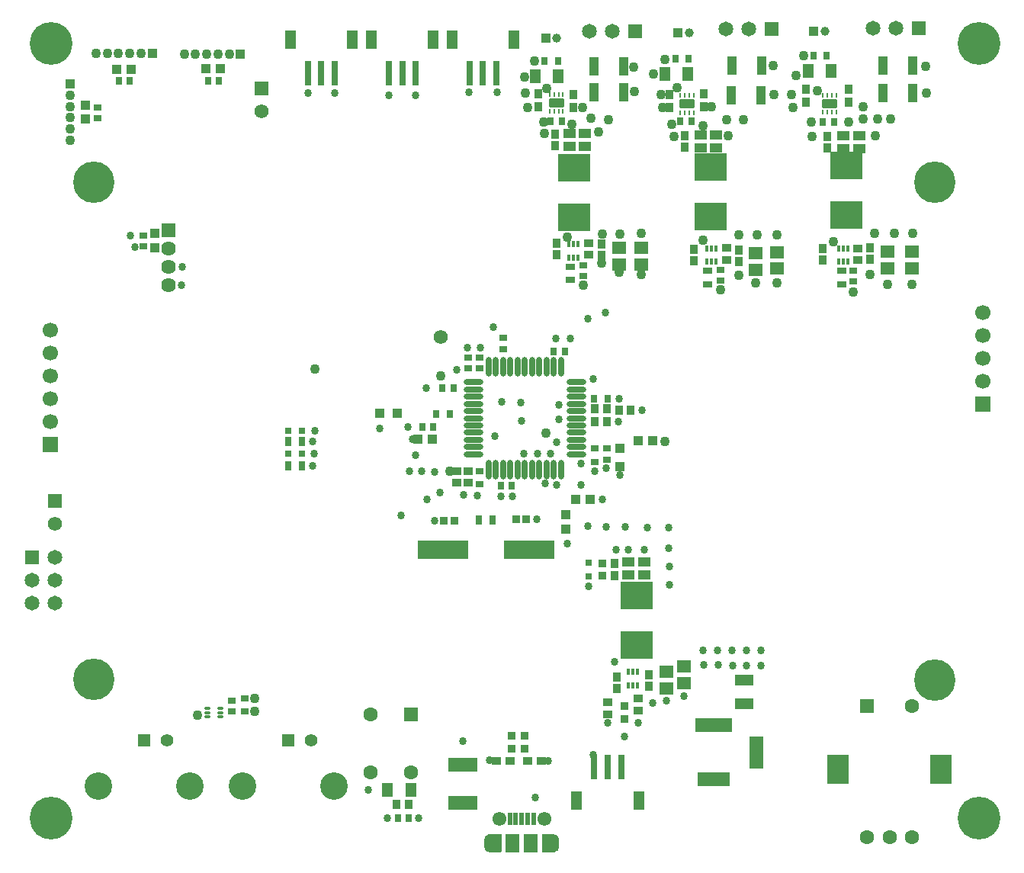
<source format=gts>
G04*
G04 #@! TF.GenerationSoftware,Altium Limited,Altium Designer,21.8.1 (53)*
G04*
G04 Layer_Color=8388736*
%FSLAX25Y25*%
%MOIN*%
G70*
G04*
G04 #@! TF.SameCoordinates,BF354A56-4256-46FB-B051-6EC6D42A8B0B*
G04*
G04*
G04 #@! TF.FilePolarity,Negative*
G04*
G01*
G75*
%ADD10C,0.02362*%
%ADD20R,0.04331X0.08071*%
%ADD22R,0.03937X0.02953*%
%ADD23R,0.02894X0.03394*%
%ADD24R,0.03773X0.03963*%
%ADD27R,0.03591X0.04453*%
%ADD30R,0.02953X0.03543*%
G04:AMPARAMS|DCode=31|XSize=26.38mil|YSize=11.81mil|CornerRadius=1.95mil|HoleSize=0mil|Usage=FLASHONLY|Rotation=0.000|XOffset=0mil|YOffset=0mil|HoleType=Round|Shape=RoundedRectangle|*
%AMROUNDEDRECTD31*
21,1,0.02638,0.00791,0,0,0.0*
21,1,0.02248,0.01181,0,0,0.0*
1,1,0.00390,0.01124,-0.00396*
1,1,0.00390,-0.01124,-0.00396*
1,1,0.00390,-0.01124,0.00396*
1,1,0.00390,0.01124,0.00396*
%
%ADD31ROUNDEDRECTD31*%
%ADD32R,0.03543X0.02953*%
%ADD33R,0.03543X0.03150*%
%ADD35R,0.03150X0.03543*%
%ADD39R,0.04182X0.04469*%
%ADD40R,0.02953X0.03937*%
%ADD41R,0.03150X0.03150*%
%ADD42R,0.03788X0.03681*%
%ADD44R,0.05938X0.05534*%
G04:AMPARAMS|DCode=45|XSize=19.68mil|YSize=9.84mil|CornerRadius=1.97mil|HoleSize=0mil|Usage=FLASHONLY|Rotation=270.000|XOffset=0mil|YOffset=0mil|HoleType=Round|Shape=RoundedRectangle|*
%AMROUNDEDRECTD45*
21,1,0.01968,0.00591,0,0,270.0*
21,1,0.01575,0.00984,0,0,270.0*
1,1,0.00394,-0.00295,-0.00787*
1,1,0.00394,-0.00295,0.00787*
1,1,0.00394,0.00295,0.00787*
1,1,0.00394,0.00295,-0.00787*
%
%ADD45ROUNDEDRECTD45*%
%ADD48R,0.03937X0.03937*%
%ADD50R,0.03740X0.03150*%
%ADD51R,0.03150X0.03150*%
%ADD52R,0.05339X0.04152*%
%ADD53R,0.04469X0.04182*%
%ADD54R,0.12598X0.05906*%
%ADD56R,0.08000X0.04500*%
%ADD57R,0.03937X0.03937*%
%ADD58O,0.02756X0.08465*%
%ADD59O,0.08465X0.02756*%
%ADD60R,0.04724X0.07874*%
%ADD61R,0.03150X0.10630*%
%ADD62R,0.03543X0.04134*%
%ADD63R,0.14173X0.12205*%
%ADD64R,0.05118X0.06299*%
%ADD65R,0.01968X0.05709*%
%ADD66R,0.06299X0.07874*%
%ADD67R,0.22047X0.08268*%
%ADD68R,0.04409X0.03386*%
G04:AMPARAMS|DCode=69|XSize=39.37mil|YSize=66.93mil|CornerRadius=3.92mil|HoleSize=0mil|Usage=FLASHONLY|Rotation=270.000|XOffset=0mil|YOffset=0mil|HoleType=Round|Shape=RoundedRectangle|*
%AMROUNDEDRECTD69*
21,1,0.03937,0.05909,0,0,270.0*
21,1,0.03154,0.06693,0,0,270.0*
1,1,0.00784,-0.02955,-0.01577*
1,1,0.00784,-0.02955,0.01577*
1,1,0.00784,0.02955,0.01577*
1,1,0.00784,0.02955,-0.01577*
%
%ADD69ROUNDEDRECTD69*%
%ADD70R,0.01581X0.03038*%
%ADD71R,0.04331X0.03937*%
%ADD72R,0.03937X0.04331*%
%ADD73R,0.04134X0.03543*%
%ADD74R,0.03740X0.03740*%
%ADD75C,0.06394*%
%ADD76R,0.06394X0.06394*%
%ADD77C,0.18110*%
%ADD78C,0.06496*%
%ADD79R,0.06496X0.06496*%
%ADD80C,0.04331*%
%ADD81R,0.04331X0.04331*%
%ADD82R,0.04331X0.04331*%
%ADD83C,0.06299*%
%ADD84R,0.06299X0.06299*%
%ADD85R,0.06181X0.06181*%
%ADD86C,0.06181*%
%ADD87C,0.06693*%
%ADD88R,0.06693X0.06693*%
%ADD89C,0.05512*%
%ADD90R,0.05512X0.05512*%
%ADD91C,0.12008*%
%ADD92R,0.09449X0.12598*%
%ADD93R,0.06299X0.06299*%
%ADD94C,0.06102*%
%ADD95C,0.03937*%
%ADD96R,0.06496X0.06496*%
%ADD97C,0.18701*%
%ADD98R,0.16142X0.06299*%
%ADD99R,0.14173X0.06299*%
%ADD100R,0.06299X0.14173*%
%ADD101C,0.03394*%
%ADD102C,0.01968*%
G36*
X212641Y91504D02*
X212678Y91493D01*
X212712Y91475D01*
X212742Y91450D01*
X212767Y91420D01*
X212785Y91386D01*
X212796Y91349D01*
X212800Y91310D01*
Y83830D01*
X212796Y83791D01*
X212785Y83754D01*
X212767Y83720D01*
X212742Y83690D01*
X212712Y83666D01*
X212678Y83647D01*
X212641Y83636D01*
X212602Y83632D01*
X207484D01*
X207446Y83636D01*
X207409Y83647D01*
X207374Y83666D01*
X207344Y83690D01*
X207320Y83720D01*
X207301Y83754D01*
X207290Y83791D01*
X207287Y83830D01*
Y85601D01*
X205516D01*
X205477Y85604D01*
X205440Y85616D01*
X205406Y85634D01*
X205376Y85659D01*
X205351Y85688D01*
X205333Y85723D01*
X205322Y85760D01*
X205318Y85798D01*
X205318Y89342D01*
Y89342D01*
D01*
X205322Y89380D01*
X205333Y89417D01*
X205351Y89452D01*
X205376Y89482D01*
X205406Y89506D01*
X205440Y89525D01*
X205477Y89536D01*
X205516Y89539D01*
X205516D01*
D01*
X207287D01*
Y91310D01*
X207290Y91349D01*
X207301Y91386D01*
X207320Y91420D01*
X207344Y91450D01*
X207374Y91475D01*
X207409Y91493D01*
X207446Y91504D01*
X207484Y91508D01*
X212602D01*
X212641Y91504D01*
D02*
G37*
G36*
X235869D02*
X235906Y91493D01*
X235941Y91475D01*
X235971Y91450D01*
X235995Y91420D01*
X236014Y91386D01*
X236025Y91349D01*
X236029Y91310D01*
Y89540D01*
X237799D01*
X237838Y89536D01*
X237875Y89525D01*
X237909Y89506D01*
X237939Y89482D01*
X237964Y89452D01*
X237982Y89417D01*
X237993Y89380D01*
X237997Y89342D01*
X237997Y85798D01*
Y85798D01*
D01*
X237993Y85760D01*
X237982Y85723D01*
X237964Y85689D01*
X237939Y85659D01*
X237909Y85634D01*
X237875Y85616D01*
X237838Y85604D01*
X237799Y85601D01*
X237799D01*
D01*
X236029D01*
Y83830D01*
X236025Y83791D01*
X236014Y83754D01*
X235995Y83720D01*
X235971Y83690D01*
X235941Y83666D01*
X235906Y83647D01*
X235869Y83636D01*
X235831Y83632D01*
X230713D01*
X230674Y83636D01*
X230637Y83647D01*
X230603Y83666D01*
X230573Y83690D01*
X230548Y83720D01*
X230530Y83754D01*
X230519Y83791D01*
X230515Y83830D01*
Y91310D01*
X230519Y91349D01*
X230530Y91386D01*
X230548Y91420D01*
X230573Y91450D01*
X230603Y91475D01*
X230637Y91493D01*
X230674Y91504D01*
X230713Y91508D01*
X235831D01*
X235869Y91504D01*
D02*
G37*
D10*
X208469Y85798D02*
G03*
X208469Y85798I-984J0D01*
G01*
Y89342D02*
G03*
X208469Y89342I-984J0D01*
G01*
X236815Y85798D02*
G03*
X236815Y85798I-984J0D01*
G01*
Y89342D02*
G03*
X236815Y89342I-984J0D01*
G01*
D20*
X379546Y415534D02*
D03*
X392539D02*
D03*
X392523Y427699D02*
D03*
X379531D02*
D03*
X313192Y414612D02*
D03*
X326184D02*
D03*
X313586Y427407D02*
D03*
X326578D02*
D03*
X253153Y415888D02*
D03*
X266145D02*
D03*
Y427306D02*
D03*
X253153D02*
D03*
D22*
X302956Y331833D02*
D03*
Y337739D02*
D03*
X242900Y333747D02*
D03*
Y339653D02*
D03*
X361617Y331833D02*
D03*
Y337739D02*
D03*
D23*
X358195Y402896D02*
D03*
X353350D02*
D03*
X234331Y403290D02*
D03*
X239176D02*
D03*
X291084D02*
D03*
X295930D02*
D03*
D24*
X345984Y417123D02*
D03*
Y411408D02*
D03*
X301381Y415203D02*
D03*
Y409487D02*
D03*
X286420Y409094D02*
D03*
Y414809D02*
D03*
X228940Y409589D02*
D03*
Y415304D02*
D03*
X364684Y417123D02*
D03*
Y411408D02*
D03*
X244295Y409195D02*
D03*
Y414911D02*
D03*
D27*
X277365Y161089D02*
D03*
Y156046D02*
D03*
X353350Y347544D02*
D03*
Y342500D02*
D03*
X297000Y342078D02*
D03*
Y347122D02*
D03*
X316735Y346916D02*
D03*
Y341872D02*
D03*
X236814Y349906D02*
D03*
Y344863D02*
D03*
X256499Y344469D02*
D03*
Y349512D02*
D03*
X292916Y391815D02*
D03*
Y396858D02*
D03*
X236420Y397544D02*
D03*
Y392500D02*
D03*
X373822Y347778D02*
D03*
Y342735D02*
D03*
X355334Y391555D02*
D03*
Y396599D02*
D03*
X262405Y209749D02*
D03*
Y204705D02*
D03*
X263192Y160302D02*
D03*
Y155258D02*
D03*
D30*
X212638Y243900D02*
D03*
X217362D02*
D03*
X178138Y269400D02*
D03*
X182862D02*
D03*
X235738Y302700D02*
D03*
X240462D02*
D03*
X187076Y286700D02*
D03*
X191800D02*
D03*
X167525Y98679D02*
D03*
X172250D02*
D03*
X45476Y421006D02*
D03*
X50200D02*
D03*
X84452D02*
D03*
X89176D02*
D03*
D31*
X90100Y146669D02*
D03*
Y144700D02*
D03*
Y142731D02*
D03*
X84273D02*
D03*
Y144700D02*
D03*
Y146669D02*
D03*
D32*
X94800Y145100D02*
D03*
Y149824D02*
D03*
X56398Y348524D02*
D03*
Y353248D02*
D03*
X198300Y295138D02*
D03*
Y299862D02*
D03*
X203400Y295238D02*
D03*
Y299962D02*
D03*
X213693Y303668D02*
D03*
Y308393D02*
D03*
X258800Y260062D02*
D03*
Y255338D02*
D03*
X36421Y404471D02*
D03*
Y409195D02*
D03*
D33*
X100700Y151005D02*
D03*
Y145100D02*
D03*
X203350Y250337D02*
D03*
Y244431D02*
D03*
X253500Y254347D02*
D03*
Y260253D02*
D03*
D35*
X349147Y431900D02*
D03*
X355053D02*
D03*
X288847Y430500D02*
D03*
X294753D02*
D03*
X231600Y429400D02*
D03*
X237506D02*
D03*
X190253Y275100D02*
D03*
X184347D02*
D03*
X259255Y282030D02*
D03*
X253350D02*
D03*
D39*
X241000Y231310D02*
D03*
Y224890D02*
D03*
D40*
X125498Y263244D02*
D03*
X119593D02*
D03*
X125498Y252614D02*
D03*
X119593D02*
D03*
X203047Y228800D02*
D03*
X208953D02*
D03*
D41*
X125498Y267969D02*
D03*
X119593D02*
D03*
X125498Y257732D02*
D03*
X119593D02*
D03*
D42*
X217129Y128880D02*
D03*
Y134513D02*
D03*
X223035Y128880D02*
D03*
Y134513D02*
D03*
X266735Y147384D02*
D03*
Y141751D02*
D03*
X256893Y210043D02*
D03*
Y204410D02*
D03*
D44*
X333271Y338723D02*
D03*
Y346016D02*
D03*
X323822Y338329D02*
D03*
Y345622D02*
D03*
X264373Y347881D02*
D03*
Y340588D02*
D03*
X273822Y347881D02*
D03*
Y340588D02*
D03*
X392326Y338816D02*
D03*
Y346110D02*
D03*
X381696Y338910D02*
D03*
Y346203D02*
D03*
X284846Y162448D02*
D03*
Y155155D02*
D03*
X292720Y157621D02*
D03*
Y164914D02*
D03*
D45*
X296853Y414510D02*
D03*
X294885D02*
D03*
X292916D02*
D03*
X290948D02*
D03*
Y407030D02*
D03*
X292916D02*
D03*
X294885D02*
D03*
X296853D02*
D03*
X239767Y407424D02*
D03*
X237798D02*
D03*
X235830D02*
D03*
X233861D02*
D03*
Y414904D02*
D03*
X235830D02*
D03*
X237798D02*
D03*
X239767D02*
D03*
X359127Y407227D02*
D03*
X357158D02*
D03*
X355190D02*
D03*
X353221D02*
D03*
Y414707D02*
D03*
X355190D02*
D03*
X357158D02*
D03*
X359127D02*
D03*
D48*
X159563Y275700D02*
D03*
X167437D02*
D03*
X349216Y442572D02*
D03*
X289850Y441935D02*
D03*
X232173Y439471D02*
D03*
D50*
X308468Y333605D02*
D03*
Y338329D02*
D03*
X248500Y335538D02*
D03*
Y340262D02*
D03*
X366735Y333211D02*
D03*
Y337935D02*
D03*
D51*
X250987Y204274D02*
D03*
Y210179D02*
D03*
D52*
X306696Y397194D02*
D03*
Y391479D02*
D03*
X249413Y392063D02*
D03*
Y397778D02*
D03*
X362224Y396935D02*
D03*
Y391220D02*
D03*
X369113Y396935D02*
D03*
Y391220D02*
D03*
X275397Y204763D02*
D03*
Y210478D02*
D03*
X268310Y204763D02*
D03*
Y210478D02*
D03*
X242720Y392063D02*
D03*
Y397778D02*
D03*
X299806Y397194D02*
D03*
Y391479D02*
D03*
D53*
X278910Y263500D02*
D03*
X272490D02*
D03*
X251676Y238034D02*
D03*
X245256D02*
D03*
D54*
X196000Y105332D02*
D03*
Y121868D02*
D03*
D56*
X319098Y158933D02*
D03*
Y148433D02*
D03*
D57*
X264500Y252263D02*
D03*
Y260137D02*
D03*
D58*
X207287Y295810D02*
D03*
X210436D02*
D03*
X213586D02*
D03*
X216735D02*
D03*
X219885D02*
D03*
X223035D02*
D03*
X226184D02*
D03*
X229334D02*
D03*
X232483D02*
D03*
X235633D02*
D03*
X238783D02*
D03*
Y250928D02*
D03*
X235633D02*
D03*
X232483D02*
D03*
X229334D02*
D03*
X226184D02*
D03*
X223035D02*
D03*
X219885D02*
D03*
X216735D02*
D03*
X213586D02*
D03*
X210436D02*
D03*
X207287D02*
D03*
D59*
X245476Y289117D02*
D03*
Y285967D02*
D03*
Y282817D02*
D03*
Y279668D02*
D03*
Y276518D02*
D03*
Y273369D02*
D03*
Y270219D02*
D03*
Y267069D02*
D03*
Y263920D02*
D03*
Y260770D02*
D03*
Y257621D02*
D03*
X200594D02*
D03*
Y260770D02*
D03*
Y263920D02*
D03*
Y267069D02*
D03*
Y270219D02*
D03*
Y273369D02*
D03*
Y276518D02*
D03*
Y279668D02*
D03*
Y282817D02*
D03*
Y285967D02*
D03*
Y289117D02*
D03*
D60*
X147641Y438723D02*
D03*
X120476D02*
D03*
X272783Y106363D02*
D03*
X245617D02*
D03*
X191145Y438723D02*
D03*
X218310D02*
D03*
X155909Y438723D02*
D03*
X183074D02*
D03*
D61*
X139964Y424353D02*
D03*
X134058D02*
D03*
X128153D02*
D03*
X265106Y120733D02*
D03*
X259200D02*
D03*
X253294D02*
D03*
X198822Y424353D02*
D03*
X204728D02*
D03*
X210633D02*
D03*
X163586Y424353D02*
D03*
X169491D02*
D03*
X175397D02*
D03*
D62*
X167082Y104600D02*
D03*
X172200D02*
D03*
X253743Y271794D02*
D03*
X258861D02*
D03*
X264176Y276912D02*
D03*
X269295D02*
D03*
X258861Y277404D02*
D03*
X253743D02*
D03*
D63*
X244688Y361361D02*
D03*
Y383014D02*
D03*
X363700Y383753D02*
D03*
Y362100D02*
D03*
X304334Y361462D02*
D03*
Y383116D02*
D03*
X271853Y195809D02*
D03*
Y174156D02*
D03*
D64*
X163091Y110827D02*
D03*
X173130D02*
D03*
X346869Y425092D02*
D03*
X356909D02*
D03*
X294196Y423762D02*
D03*
X284157D02*
D03*
X237503Y422975D02*
D03*
X227464D02*
D03*
D65*
X216539Y98200D02*
D03*
X219098D02*
D03*
X221657D02*
D03*
X224217D02*
D03*
X226776D02*
D03*
D66*
X217721Y87570D02*
D03*
X225594D02*
D03*
D67*
X224802Y215900D02*
D03*
X187400D02*
D03*
D68*
X230192Y123600D02*
D03*
X224208D02*
D03*
X210708Y123700D02*
D03*
X216692D02*
D03*
D69*
X293901Y410770D02*
D03*
X236814Y411164D02*
D03*
X356174Y410967D02*
D03*
D70*
X306499Y347542D02*
D03*
X304531D02*
D03*
X302562D02*
D03*
Y341715D02*
D03*
X304531D02*
D03*
X306499D02*
D03*
X246263Y343684D02*
D03*
X244295D02*
D03*
X242326D02*
D03*
Y349510D02*
D03*
X244295D02*
D03*
X246263D02*
D03*
X364373Y341715D02*
D03*
X362405D02*
D03*
X360436D02*
D03*
Y347542D02*
D03*
X362405D02*
D03*
X364373D02*
D03*
X272247Y156676D02*
D03*
X270279D02*
D03*
X268310D02*
D03*
Y162502D02*
D03*
X270279D02*
D03*
X272247D02*
D03*
D71*
X61221Y354134D02*
D03*
Y347835D02*
D03*
X30909Y410376D02*
D03*
Y404077D02*
D03*
D72*
X176250Y264200D02*
D03*
X182550D02*
D03*
X44688Y425731D02*
D03*
X50987D02*
D03*
X89964Y426124D02*
D03*
X83665D02*
D03*
D73*
X193113Y245219D02*
D03*
Y250337D02*
D03*
X250987Y344825D02*
D03*
Y349943D02*
D03*
X311224Y342660D02*
D03*
Y347778D02*
D03*
X368704Y347581D02*
D03*
Y342463D02*
D03*
X198231Y250337D02*
D03*
Y245219D02*
D03*
X259255Y149156D02*
D03*
Y144038D02*
D03*
X272700Y150759D02*
D03*
Y145641D02*
D03*
D74*
X187672Y228700D02*
D03*
X192200D02*
D03*
X223700Y229200D02*
D03*
X219172D02*
D03*
D75*
X67436Y331392D02*
D03*
Y339392D02*
D03*
Y347392D02*
D03*
D76*
Y355392D02*
D03*
D77*
X402169Y376518D02*
D03*
X34452D02*
D03*
Y159195D02*
D03*
X402169Y158802D02*
D03*
D78*
X311066Y443447D02*
D03*
X321066D02*
D03*
X251224Y442660D02*
D03*
X261224D02*
D03*
X17518Y192680D02*
D03*
Y202680D02*
D03*
Y212680D02*
D03*
X7518Y192680D02*
D03*
Y202680D02*
D03*
X385397Y443841D02*
D03*
X375397D02*
D03*
D79*
X331066Y443447D02*
D03*
X271224Y442660D02*
D03*
X395397Y443841D02*
D03*
D80*
X35535Y432817D02*
D03*
X55220D02*
D03*
X40456D02*
D03*
X50298D02*
D03*
X45377D02*
D03*
X74117Y432424D02*
D03*
X93802D02*
D03*
X79039D02*
D03*
X88881D02*
D03*
X83960D02*
D03*
X24216Y394924D02*
D03*
Y414609D02*
D03*
Y399845D02*
D03*
Y409687D02*
D03*
Y404766D02*
D03*
X259547Y404035D02*
D03*
X252067Y404528D02*
D03*
X318602Y403740D02*
D03*
X311417Y404035D02*
D03*
X284400Y263300D02*
D03*
X232400Y267000D02*
D03*
X131200Y294800D02*
D03*
X190116Y250144D02*
D03*
X186400Y291800D02*
D03*
X104959Y151005D02*
D03*
X79800Y143519D02*
D03*
X104983Y145100D02*
D03*
X344870Y431767D02*
D03*
X284200Y430300D02*
D03*
X227400Y429400D02*
D03*
X331800Y414800D02*
D03*
X255200Y398700D02*
D03*
X248500Y331600D02*
D03*
X288389Y396597D02*
D03*
X241579Y352699D02*
D03*
X348200Y402800D02*
D03*
X231302Y402896D02*
D03*
X248232Y409195D02*
D03*
X231696Y397778D02*
D03*
X224216Y409195D02*
D03*
X223428Y415494D02*
D03*
X223035Y422581D02*
D03*
X243507Y401715D02*
D03*
X312011Y396990D02*
D03*
X232484Y417463D02*
D03*
X270672Y426912D02*
D03*
X271066Y416282D02*
D03*
X287208Y401715D02*
D03*
X256499Y341346D02*
D03*
X264373Y337089D02*
D03*
X273783Y336361D02*
D03*
X308468Y329668D02*
D03*
X289570Y417857D02*
D03*
X283271Y409195D02*
D03*
X300987Y401321D02*
D03*
X304531Y409610D02*
D03*
X300987Y351321D02*
D03*
X279235Y423762D02*
D03*
X282543Y414767D02*
D03*
X316735Y335967D02*
D03*
X323822Y332424D02*
D03*
X333271D02*
D03*
X256791Y353836D02*
D03*
X264461Y353944D02*
D03*
X273822Y354077D02*
D03*
X375791D02*
D03*
X316735Y353683D02*
D03*
X324609D02*
D03*
X333271D02*
D03*
X348625Y396597D02*
D03*
X340357Y409195D02*
D03*
X339747Y414920D02*
D03*
X350987Y416676D02*
D03*
X341539Y423369D02*
D03*
X331696Y427699D02*
D03*
X366735Y328487D02*
D03*
X392326Y332030D02*
D03*
X381696D02*
D03*
X373822Y336361D02*
D03*
X358074Y350534D02*
D03*
X384452Y354077D02*
D03*
X392720D02*
D03*
X376184Y396991D02*
D03*
X364767Y402896D02*
D03*
X377365Y404077D02*
D03*
X371066D02*
D03*
X382877D02*
D03*
X371066Y409589D02*
D03*
X398625Y415494D02*
D03*
X398232Y427306D02*
D03*
D81*
X60141Y432817D02*
D03*
X98724Y432424D02*
D03*
D82*
X24216Y419530D02*
D03*
D83*
X173358Y118405D02*
D03*
X155642D02*
D03*
Y143995D02*
D03*
X392326Y147384D02*
D03*
X372641Y90298D02*
D03*
X382484D02*
D03*
X392326D02*
D03*
D84*
X173358Y143995D02*
D03*
D85*
X17518Y237185D02*
D03*
X108100Y417600D02*
D03*
D86*
X17518Y227185D02*
D03*
X186200Y308800D02*
D03*
X108100Y407600D02*
D03*
D87*
X423200Y319700D02*
D03*
Y309700D02*
D03*
Y289700D02*
D03*
Y299700D02*
D03*
X15500Y292000D02*
D03*
Y272000D02*
D03*
Y282000D02*
D03*
Y302000D02*
D03*
Y312000D02*
D03*
D88*
X423200Y279700D02*
D03*
X15500Y262000D02*
D03*
D89*
X129665Y132677D02*
D03*
X66496D02*
D03*
D90*
X119665D02*
D03*
X56496D02*
D03*
D91*
X139665Y112677D02*
D03*
X99665D02*
D03*
X76496D02*
D03*
X36496D02*
D03*
D92*
X360043Y119825D02*
D03*
X404924D02*
D03*
D93*
X372641Y147384D02*
D03*
D94*
X231500Y98200D02*
D03*
X211815D02*
D03*
D95*
X354137Y442572D02*
D03*
X294771Y441935D02*
D03*
X237094Y439471D02*
D03*
D96*
X7518Y212680D02*
D03*
D97*
X15948Y437148D02*
D03*
X421460D02*
D03*
X15948Y98565D02*
D03*
X421460D02*
D03*
D98*
X305712Y139117D02*
D03*
D99*
Y115495D02*
D03*
D100*
X324216Y127305D02*
D03*
D101*
X279000Y148900D02*
D03*
X52461Y348327D02*
D03*
X50689Y353150D02*
D03*
X247638Y253642D02*
D03*
X253494Y250306D02*
D03*
X264500Y248500D02*
D03*
X258700Y251500D02*
D03*
X217500Y239300D02*
D03*
X237800Y272900D02*
D03*
Y279200D02*
D03*
X237000Y262800D02*
D03*
X212600Y239200D02*
D03*
X202300Y239600D02*
D03*
X180038Y286700D02*
D03*
X176600Y98400D02*
D03*
X162900Y98500D02*
D03*
X193200Y294600D02*
D03*
X203700Y304200D02*
D03*
X198000Y304100D02*
D03*
X154524Y111019D02*
D03*
X183656Y228600D02*
D03*
X228400Y229200D02*
D03*
X242900Y308100D02*
D03*
X236600Y308300D02*
D03*
X250700Y317000D02*
D03*
X209193Y313331D02*
D03*
X198700Y415900D02*
D03*
X172500Y250144D02*
D03*
X178100Y250100D02*
D03*
X168800Y230800D02*
D03*
X180400Y237900D02*
D03*
X175300Y257200D02*
D03*
X183700Y249800D02*
D03*
X186100Y240800D02*
D03*
X171862Y269400D02*
D03*
X159600Y268800D02*
D03*
X234200Y257800D02*
D03*
X228600Y257900D02*
D03*
X222500D02*
D03*
X258300Y319692D02*
D03*
X173956Y264200D02*
D03*
X262230Y166730D02*
D03*
X231795Y245000D02*
D03*
X241600Y218600D02*
D03*
X233300Y123700D02*
D03*
X227500Y107600D02*
D03*
X253000Y126200D02*
D03*
X266700Y134100D02*
D03*
X196037Y132063D02*
D03*
X130420Y263244D02*
D03*
X131207Y267969D02*
D03*
X130813Y257732D02*
D03*
X130420Y252614D02*
D03*
X73100Y331500D02*
D03*
X73113Y339487D02*
D03*
X256991Y238034D02*
D03*
X247444Y244235D02*
D03*
X237011D02*
D03*
X207680Y123762D02*
D03*
X196263Y239904D02*
D03*
X139964Y415494D02*
D03*
X210830Y415888D02*
D03*
X258500Y225900D02*
D03*
X250500Y226100D02*
D03*
X250987Y199747D02*
D03*
X285800Y225700D02*
D03*
X213100Y280500D02*
D03*
X163586Y414707D02*
D03*
X175397D02*
D03*
X128153Y415494D02*
D03*
X259255Y140298D02*
D03*
X262798Y215888D02*
D03*
X267100Y225800D02*
D03*
X268310Y215888D02*
D03*
X276500Y225600D02*
D03*
X275397Y215888D02*
D03*
X319885Y165101D02*
D03*
X313980D02*
D03*
X301381Y165495D02*
D03*
X307680D02*
D03*
X300987Y171794D02*
D03*
X319885D02*
D03*
X307287D02*
D03*
X313586D02*
D03*
X326184D02*
D03*
X286300Y200400D02*
D03*
X286200Y208500D02*
D03*
X286100Y216600D02*
D03*
X263980Y271794D02*
D03*
X274216Y276912D02*
D03*
X264373Y282030D02*
D03*
X284846Y149747D02*
D03*
X292720Y151715D02*
D03*
X326184Y165101D02*
D03*
X272541Y140172D02*
D03*
X252956Y290691D02*
D03*
X209900Y265400D02*
D03*
X221200Y280100D02*
D03*
X221500Y272200D02*
D03*
D102*
X292271Y410770D02*
D03*
X295598D02*
D03*
X238511Y411164D02*
D03*
X235185D02*
D03*
X357871Y410967D02*
D03*
X354544D02*
D03*
M02*

</source>
